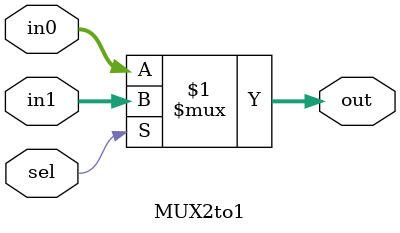
<source format=v>
module MUX2to1 #(parameter WIDTH = 16)(
    input wire sel,
    input wire [WIDTH-1:0] in0,
    input wire [WIDTH-1:0] in1,
    output wire [WIDTH-1:0] out
);
    assign out = sel ? in1 : in0;
endmodule


</source>
